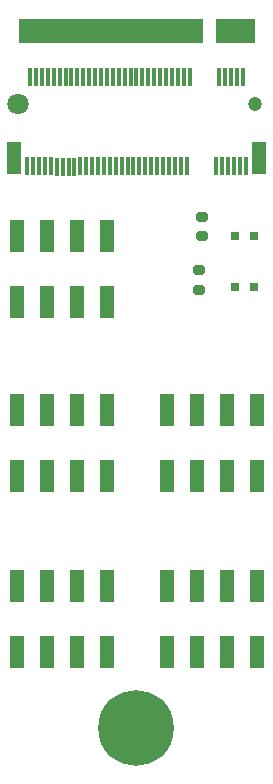
<source format=gbr>
%TF.GenerationSoftware,KiCad,Pcbnew,7.0.5*%
%TF.CreationDate,2023-08-28T16:34:51-05:00*%
%TF.ProjectId,Chimera_0003_Hydra,4368696d-6572-4615-9f30-3030335f4879,rev?*%
%TF.SameCoordinates,Original*%
%TF.FileFunction,Soldermask,Top*%
%TF.FilePolarity,Negative*%
%FSLAX46Y46*%
G04 Gerber Fmt 4.6, Leading zero omitted, Abs format (unit mm)*
G04 Created by KiCad (PCBNEW 7.0.5) date 2023-08-28 16:34:51*
%MOMM*%
%LPD*%
G01*
G04 APERTURE LIST*
G04 Aperture macros list*
%AMRoundRect*
0 Rectangle with rounded corners*
0 $1 Rounding radius*
0 $2 $3 $4 $5 $6 $7 $8 $9 X,Y pos of 4 corners*
0 Add a 4 corners polygon primitive as box body*
4,1,4,$2,$3,$4,$5,$6,$7,$8,$9,$2,$3,0*
0 Add four circle primitives for the rounded corners*
1,1,$1+$1,$2,$3*
1,1,$1+$1,$4,$5*
1,1,$1+$1,$6,$7*
1,1,$1+$1,$8,$9*
0 Add four rect primitives between the rounded corners*
20,1,$1+$1,$2,$3,$4,$5,0*
20,1,$1+$1,$4,$5,$6,$7,0*
20,1,$1+$1,$6,$7,$8,$9,0*
20,1,$1+$1,$8,$9,$2,$3,0*%
G04 Aperture macros list end*
%ADD10C,0.100000*%
%ADD11R,1.270003X2.800000*%
%ADD12R,1.300000X2.800000*%
%ADD13R,0.300000X1.550013*%
%ADD14R,0.300000X1.524003*%
%ADD15C,1.200000*%
%ADD16C,1.800000*%
%ADD17RoundRect,0.200000X-0.275000X0.200000X-0.275000X-0.200000X0.275000X-0.200000X0.275000X0.200000X0*%
%ADD18R,0.800000X0.800000*%
%ADD19C,3.600000*%
%ADD20C,6.400000*%
G04 APERTURE END LIST*
%TO.C,U2*%
D10*
X122425000Y-91900000D02*
X119225000Y-91900000D01*
X119225000Y-89900000D01*
X122425000Y-89900000D01*
X122425000Y-91900000D01*
G36*
X122425000Y-91900000D02*
G01*
X119225000Y-91900000D01*
X119225000Y-89900000D01*
X122425000Y-89900000D01*
X122425000Y-91900000D01*
G37*
X118025000Y-91900000D02*
X102575000Y-91900000D01*
X102575000Y-89900000D01*
X118025000Y-89900000D01*
X118025000Y-91900000D01*
G36*
X118025000Y-91900000D02*
G01*
X102575000Y-91900000D01*
X102575000Y-89900000D01*
X118025000Y-89900000D01*
X118025000Y-91900000D01*
G37*
%TD*%
D11*
%TO.C,X3*%
X107480011Y-122999796D03*
X107480011Y-128600000D03*
X104940005Y-122999796D03*
X104940005Y-128600000D03*
X102400000Y-122999796D03*
X102400000Y-128600000D03*
X110020016Y-128600000D03*
X110020016Y-123005892D03*
%TD*%
%TO.C,X2*%
X120170003Y-137899898D03*
X120170003Y-143500102D03*
X117629997Y-137899898D03*
X117629997Y-143500102D03*
X115089992Y-137899898D03*
X115089992Y-143500102D03*
X122710008Y-143500102D03*
X122710008Y-137905994D03*
%TD*%
D12*
%TO.C,CN1*%
X122849913Y-101675111D03*
X102149887Y-101675111D03*
D13*
X121749836Y-102400029D03*
X121499900Y-94850117D03*
X121249964Y-102400029D03*
X120999773Y-94850117D03*
X120749836Y-102400029D03*
X120499900Y-94850117D03*
X120249964Y-102400029D03*
X119999773Y-94850117D03*
X119749836Y-102400029D03*
X119499900Y-94850117D03*
X119249964Y-102400029D03*
X116999773Y-94850117D03*
X116749836Y-102400029D03*
X116499900Y-94850117D03*
X116249964Y-102400029D03*
X115999773Y-94850117D03*
X115749836Y-102400029D03*
X115499900Y-94850117D03*
X115249964Y-102400029D03*
X114999773Y-94850117D03*
X114749836Y-102400029D03*
X114499900Y-94850117D03*
X114249964Y-102400029D03*
X113999773Y-94850117D03*
X113749836Y-102400029D03*
X113499900Y-94850117D03*
X113249964Y-102400029D03*
X112999773Y-94850117D03*
X112749836Y-102400029D03*
X112499900Y-94850117D03*
X112249964Y-102400029D03*
X111999773Y-94850117D03*
X111749836Y-102400029D03*
X111499900Y-94850371D03*
X111249964Y-102400029D03*
X110999773Y-94850371D03*
X110749836Y-102400029D03*
X110499900Y-94850371D03*
X110249964Y-102400029D03*
X109999773Y-94850371D03*
X109749836Y-102400029D03*
X109499900Y-94850371D03*
X109249964Y-102400029D03*
X108999773Y-94850371D03*
X108749836Y-102400029D03*
X108499900Y-94850371D03*
X108249964Y-102400029D03*
X107999773Y-94850371D03*
X107749836Y-102400029D03*
X107499900Y-94850371D03*
X105249964Y-102400029D03*
X104999773Y-94850371D03*
X104749836Y-102400029D03*
X104499900Y-94850371D03*
X104249964Y-102400029D03*
X103999773Y-94850371D03*
X103749836Y-102400029D03*
X103499900Y-94850371D03*
X103249964Y-102400029D03*
D14*
X105749836Y-102400283D03*
X106249964Y-102400283D03*
X106749836Y-102400283D03*
X107249964Y-102400283D03*
X105499900Y-94850371D03*
X105999773Y-94850371D03*
X106499900Y-94850371D03*
X106999773Y-94850371D03*
D15*
X122499900Y-97125200D03*
D16*
X102499900Y-97125200D03*
%TD*%
D17*
%TO.C,R1*%
X117772500Y-111175000D03*
X117772500Y-112825000D03*
%TD*%
%TO.C,R2*%
X118022500Y-106675000D03*
X118022500Y-108325000D03*
%TD*%
D11*
%TO.C,X4*%
X120180011Y-122999796D03*
X120180011Y-128600000D03*
X117640005Y-122999796D03*
X117640005Y-128600000D03*
X115100000Y-122999796D03*
X115100000Y-128600000D03*
X122720016Y-128600000D03*
X122720016Y-123005892D03*
%TD*%
%TO.C,X5*%
X107480011Y-108299796D03*
X107480011Y-113900000D03*
X104940005Y-108299796D03*
X104940005Y-113900000D03*
X102400000Y-108299796D03*
X102400000Y-113900000D03*
X110020016Y-113900000D03*
X110020016Y-108305892D03*
%TD*%
D18*
%TO.C,LED1*%
X120872533Y-108325029D03*
X122471467Y-108318171D03*
%TD*%
D19*
%TO.C,H2*%
X112500000Y-149900000D03*
D20*
X112500000Y-149900000D03*
%TD*%
D11*
%TO.C,X1*%
X107460003Y-137899798D03*
X107460003Y-143500002D03*
X104919997Y-137899798D03*
X104919997Y-143500002D03*
X102379992Y-137899798D03*
X102379992Y-143500002D03*
X110000008Y-143500002D03*
X110000008Y-137905894D03*
%TD*%
D18*
%TO.C,LED2*%
X120872533Y-112575029D03*
X122471467Y-112568171D03*
%TD*%
M02*

</source>
